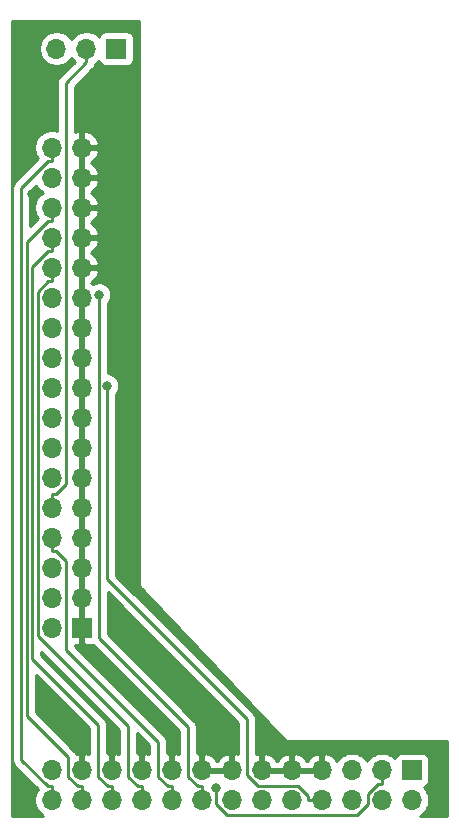
<source format=gbr>
%TF.GenerationSoftware,KiCad,Pcbnew,(5.1.7)-1*%
%TF.CreationDate,2021-07-10T10:13:49+01:00*%
%TF.ProjectId,Apricot-Floppy-Converter,41707269-636f-4742-9d46-6c6f7070792d,rev?*%
%TF.SameCoordinates,Original*%
%TF.FileFunction,Copper,L1,Top*%
%TF.FilePolarity,Positive*%
%FSLAX46Y46*%
G04 Gerber Fmt 4.6, Leading zero omitted, Abs format (unit mm)*
G04 Created by KiCad (PCBNEW (5.1.7)-1) date 2021-07-10 10:13:49*
%MOMM*%
%LPD*%
G01*
G04 APERTURE LIST*
%TA.AperFunction,ComponentPad*%
%ADD10O,1.700000X1.700000*%
%TD*%
%TA.AperFunction,ComponentPad*%
%ADD11R,1.700000X1.700000*%
%TD*%
%TA.AperFunction,ViaPad*%
%ADD12C,0.800000*%
%TD*%
%TA.AperFunction,Conductor*%
%ADD13C,0.250000*%
%TD*%
%TA.AperFunction,Conductor*%
%ADD14C,0.254000*%
%TD*%
%TA.AperFunction,Conductor*%
%ADD15C,0.100000*%
%TD*%
G04 APERTURE END LIST*
D10*
%TO.P,J3,3*%
%TO.N,Net-(J3-Pad3)*%
X137732000Y-79184500D03*
%TO.P,J3,2*%
%TO.N,Drive-Select-0*%
X140272000Y-79184500D03*
D11*
%TO.P,J3,1*%
%TO.N,Motor-Enable*%
X142812000Y-79184500D03*
%TD*%
D10*
%TO.P,J2,34*%
%TO.N,Ready*%
X137350000Y-87566000D03*
%TO.P,J2,33*%
%TO.N,GND*%
X139890000Y-87566000D03*
%TO.P,J2,32*%
%TO.N,Head-Select*%
X137350000Y-90106000D03*
%TO.P,J2,31*%
%TO.N,GND*%
X139890000Y-90106000D03*
%TO.P,J2,30*%
%TO.N,Read-Data*%
X137350000Y-92646000D03*
%TO.P,J2,29*%
%TO.N,GND*%
X139890000Y-92646000D03*
%TO.P,J2,28*%
%TO.N,Write-Protect*%
X137350000Y-95186000D03*
%TO.P,J2,27*%
%TO.N,GND*%
X139890000Y-95186000D03*
%TO.P,J2,26*%
%TO.N,Track-Zero*%
X137350000Y-97726000D03*
%TO.P,J2,25*%
%TO.N,GND*%
X139890000Y-97726000D03*
%TO.P,J2,24*%
%TO.N,Write-Enable*%
X137350000Y-100266000D03*
%TO.P,J2,23*%
%TO.N,GND*%
X139890000Y-100266000D03*
%TO.P,J2,22*%
%TO.N,Write-Data*%
X137350000Y-102806000D03*
%TO.P,J2,21*%
%TO.N,GND*%
X139890000Y-102806000D03*
%TO.P,J2,20*%
%TO.N,Step*%
X137350000Y-105346000D03*
%TO.P,J2,19*%
%TO.N,GND*%
X139890000Y-105346000D03*
%TO.P,J2,18*%
%TO.N,Direction*%
X137350000Y-107886000D03*
%TO.P,J2,17*%
%TO.N,GND*%
X139890000Y-107886000D03*
%TO.P,J2,16*%
%TO.N,Motor-Enable*%
X137350000Y-110426000D03*
%TO.P,J2,15*%
%TO.N,GND*%
X139890000Y-110426000D03*
%TO.P,J2,14*%
%TO.N,Net-(J2-Pad14)*%
X137350000Y-112966000D03*
%TO.P,J2,13*%
%TO.N,GND*%
X139890000Y-112966000D03*
%TO.P,J2,12*%
%TO.N,Drive-Select-1*%
X137350000Y-115506000D03*
%TO.P,J2,11*%
%TO.N,GND*%
X139890000Y-115506000D03*
%TO.P,J2,10*%
%TO.N,Drive-Select-0*%
X137350000Y-118046000D03*
%TO.P,J2,9*%
%TO.N,GND*%
X139890000Y-118046000D03*
%TO.P,J2,8*%
%TO.N,Index*%
X137350000Y-120586000D03*
%TO.P,J2,7*%
%TO.N,GND*%
X139890000Y-120586000D03*
%TO.P,J2,6*%
%TO.N,Net-(J2-Pad6)*%
X137350000Y-123126000D03*
%TO.P,J2,5*%
%TO.N,GND*%
X139890000Y-123126000D03*
%TO.P,J2,4*%
%TO.N,Head-Load*%
X137350000Y-125666000D03*
%TO.P,J2,3*%
%TO.N,GND*%
X139890000Y-125666000D03*
%TO.P,J2,2*%
%TO.N,Density*%
X137350000Y-128206000D03*
D11*
%TO.P,J2,1*%
%TO.N,GND*%
X139890000Y-128206000D03*
%TD*%
D10*
%TO.P,J1,26*%
%TO.N,Ready*%
X137350000Y-142812000D03*
%TO.P,J1,25*%
%TO.N,GND*%
X137350000Y-140272000D03*
%TO.P,J1,24*%
%TO.N,Read-Data*%
X139890000Y-142812000D03*
%TO.P,J1,23*%
%TO.N,GND*%
X139890000Y-140272000D03*
%TO.P,J1,22*%
%TO.N,Write-Protect*%
X142430000Y-142812000D03*
%TO.P,J1,21*%
%TO.N,GND*%
X142430000Y-140272000D03*
%TO.P,J1,20*%
%TO.N,Track-Zero*%
X144970000Y-142812000D03*
%TO.P,J1,19*%
%TO.N,GND*%
X144970000Y-140272000D03*
%TO.P,J1,18*%
%TO.N,Index*%
X147510000Y-142812000D03*
%TO.P,J1,17*%
%TO.N,GND*%
X147510000Y-140272000D03*
%TO.P,J1,16*%
%TO.N,Head-Select*%
X150050000Y-142812000D03*
%TO.P,J1,15*%
%TO.N,GND*%
X150050000Y-140272000D03*
%TO.P,J1,14*%
%TO.N,Head-Load*%
X152590000Y-142812000D03*
%TO.P,J1,13*%
%TO.N,GND*%
X152590000Y-140272000D03*
%TO.P,J1,12*%
%TO.N,Write-Enable*%
X155130000Y-142812000D03*
%TO.P,J1,11*%
%TO.N,GND*%
X155130000Y-140272000D03*
%TO.P,J1,10*%
%TO.N,Write-Data*%
X157670000Y-142812000D03*
%TO.P,J1,9*%
%TO.N,GND*%
X157670000Y-140272000D03*
%TO.P,J1,8*%
%TO.N,Step*%
X160210000Y-142812000D03*
%TO.P,J1,7*%
%TO.N,GND*%
X160210000Y-140272000D03*
%TO.P,J1,6*%
%TO.N,Direction*%
X162750000Y-142812000D03*
%TO.P,J1,5*%
%TO.N,Net-(J1-Pad5)*%
X162750000Y-140272000D03*
%TO.P,J1,4*%
%TO.N,Drive-Select-1*%
X165290000Y-142812000D03*
%TO.P,J1,3*%
%TO.N,Density*%
X165290000Y-140272000D03*
%TO.P,J1,2*%
%TO.N,Drive-Select-0*%
X167830000Y-142812000D03*
D11*
%TO.P,J1,1*%
%TO.N,Motor-Enable*%
X167830000Y-140272000D03*
%TD*%
D12*
%TO.N,GND*%
X142494000Y-137922000D03*
X147383500Y-137160000D03*
X152781000Y-138049000D03*
X139128500Y-137033000D03*
X143383000Y-113030000D03*
X144399000Y-103251000D03*
X135699500Y-91503500D03*
X134874000Y-77914500D03*
X144145000Y-82931000D03*
%TO.N,Head-Select*%
X141348200Y-100012200D03*
%TO.N,Step*%
X142037400Y-107711300D03*
%TO.N,Density*%
X151225400Y-141814200D03*
%TD*%
D13*
%TO.N,Ready*%
X137350000Y-88741300D02*
X136982700Y-88741300D01*
X136982700Y-88741300D02*
X134774300Y-90949700D01*
X134774300Y-90949700D02*
X134774300Y-139428300D01*
X134774300Y-139428300D02*
X136982700Y-141636700D01*
X136982700Y-141636700D02*
X137350000Y-141636700D01*
X137350000Y-87566000D02*
X137350000Y-88741300D01*
X137350000Y-142812000D02*
X137350000Y-141636700D01*
%TO.N,GND*%
X139890000Y-90106000D02*
X139890000Y-87566000D01*
X139890000Y-92646000D02*
X139890000Y-90106000D01*
X139890000Y-95186000D02*
X139890000Y-92646000D01*
X139890000Y-97726000D02*
X139890000Y-95186000D01*
X139890000Y-100266000D02*
X139890000Y-97726000D01*
X139890000Y-102806000D02*
X139890000Y-100266000D01*
X139890000Y-105346000D02*
X139890000Y-102806000D01*
X139890000Y-107886000D02*
X139890000Y-105346000D01*
X139890000Y-110426000D02*
X139890000Y-107886000D01*
X139890000Y-112966000D02*
X139890000Y-110426000D01*
X139890000Y-115506000D02*
X139890000Y-112966000D01*
X139890000Y-120586000D02*
X139890000Y-118046000D01*
X139890000Y-123126000D02*
X139890000Y-120586000D01*
X139890000Y-125666000D02*
X139890000Y-123126000D01*
X139890000Y-128206000D02*
X139890000Y-125666000D01*
X152590000Y-140272000D02*
X150050000Y-140272000D01*
X157670000Y-140272000D02*
X155130000Y-140272000D01*
X160210000Y-140272000D02*
X157670000Y-140272000D01*
%TO.N,Read-Data*%
X137350000Y-92646000D02*
X137350000Y-93821300D01*
X139890000Y-142812000D02*
X139890000Y-141636700D01*
X139890000Y-141636700D02*
X139522600Y-141636700D01*
X139522600Y-141636700D02*
X138714700Y-140828800D01*
X138714700Y-140828800D02*
X138714700Y-139191300D01*
X138714700Y-139191300D02*
X135224700Y-135701300D01*
X135224700Y-135701300D02*
X135224700Y-95579300D01*
X135224700Y-95579300D02*
X136982700Y-93821300D01*
X136982700Y-93821300D02*
X137350000Y-93821300D01*
%TO.N,Write-Protect*%
X137350000Y-95186000D02*
X137350000Y-96361300D01*
X142430000Y-142812000D02*
X142430000Y-141636700D01*
X142430000Y-141636700D02*
X142062600Y-141636700D01*
X142062600Y-141636700D02*
X141254700Y-140828800D01*
X141254700Y-140828800D02*
X141254700Y-136415700D01*
X141254700Y-136415700D02*
X135675100Y-130836100D01*
X135675100Y-130836100D02*
X135675100Y-97668900D01*
X135675100Y-97668900D02*
X136982700Y-96361300D01*
X136982700Y-96361300D02*
X137350000Y-96361300D01*
%TO.N,Track-Zero*%
X144970000Y-141636700D02*
X144602600Y-141636700D01*
X144602600Y-141636700D02*
X143794700Y-140828800D01*
X143794700Y-140828800D02*
X143794700Y-136521100D01*
X143794700Y-136521100D02*
X136169800Y-128896200D01*
X136169800Y-128896200D02*
X136169800Y-99777400D01*
X136169800Y-99777400D02*
X137045900Y-98901300D01*
X137045900Y-98901300D02*
X137350000Y-98901300D01*
X137350000Y-97726000D02*
X137350000Y-98901300D01*
X144970000Y-142812000D02*
X144970000Y-141636700D01*
%TO.N,Index*%
X137350000Y-120586000D02*
X137350000Y-121761300D01*
X147510000Y-142812000D02*
X147510000Y-141636700D01*
X147510000Y-141636700D02*
X147142600Y-141636700D01*
X147142600Y-141636700D02*
X146334700Y-140828800D01*
X146334700Y-140828800D02*
X146334700Y-137872100D01*
X146334700Y-137872100D02*
X138525300Y-130062700D01*
X138525300Y-130062700D02*
X138525300Y-122569200D01*
X138525300Y-122569200D02*
X137717400Y-121761300D01*
X137717400Y-121761300D02*
X137350000Y-121761300D01*
%TO.N,Head-Select*%
X141348200Y-100012200D02*
X141312100Y-100048300D01*
X141312100Y-100048300D02*
X141312100Y-129082600D01*
X141312100Y-129082600D02*
X148874700Y-136645200D01*
X148874700Y-136645200D02*
X148874700Y-140828800D01*
X148874700Y-140828800D02*
X149682600Y-141636700D01*
X149682600Y-141636700D02*
X150050000Y-141636700D01*
X150050000Y-142812000D02*
X150050000Y-141636700D01*
%TO.N,Step*%
X160210000Y-142812000D02*
X159034700Y-142812000D01*
X159034700Y-142812000D02*
X159034700Y-142444600D01*
X159034700Y-142444600D02*
X158226800Y-141636700D01*
X158226800Y-141636700D02*
X154793700Y-141636700D01*
X154793700Y-141636700D02*
X153860000Y-140703000D01*
X153860000Y-140703000D02*
X153860000Y-135937800D01*
X153860000Y-135937800D02*
X142037400Y-124115200D01*
X142037400Y-124115200D02*
X142037400Y-107711300D01*
%TO.N,Density*%
X165290000Y-140272000D02*
X165290000Y-141447300D01*
X165290000Y-141447300D02*
X164922600Y-141447300D01*
X164922600Y-141447300D02*
X164114700Y-142255200D01*
X164114700Y-142255200D02*
X164114700Y-143114200D01*
X164114700Y-143114200D02*
X163193700Y-144035200D01*
X163193700Y-144035200D02*
X152150900Y-144035200D01*
X152150900Y-144035200D02*
X151225400Y-143109700D01*
X151225400Y-143109700D02*
X151225400Y-141814200D01*
%TO.N,Drive-Select-0*%
X140272000Y-79184500D02*
X140272000Y-80359800D01*
X137350000Y-118046000D02*
X137350000Y-116870700D01*
X137350000Y-116870700D02*
X137717400Y-116870700D01*
X137717400Y-116870700D02*
X138525300Y-116062800D01*
X138525300Y-116062800D02*
X138525300Y-82106500D01*
X138525300Y-82106500D02*
X140272000Y-80359800D01*
%TD*%
D14*
%TO.N,GND*%
X144755000Y-124419103D02*
X144752026Y-124443001D01*
X144755000Y-124483929D01*
X144755000Y-124492418D01*
X144757352Y-124516301D01*
X144761448Y-124572667D01*
X144763713Y-124580888D01*
X144764550Y-124589382D01*
X144780969Y-124643506D01*
X144795986Y-124698003D01*
X144799813Y-124705627D01*
X144802290Y-124713792D01*
X144828944Y-124763658D01*
X144854312Y-124814194D01*
X144859554Y-124820926D01*
X144863575Y-124828449D01*
X144899449Y-124872162D01*
X144914172Y-124891070D01*
X144920008Y-124897213D01*
X144946052Y-124928948D01*
X144964677Y-124944233D01*
X156985016Y-137597224D01*
X157011052Y-137628948D01*
X157054749Y-137664809D01*
X157097536Y-137701799D01*
X157104955Y-137706012D01*
X157111550Y-137711425D01*
X157161426Y-137738084D01*
X157210585Y-137766003D01*
X157218681Y-137768688D01*
X157226207Y-137772710D01*
X157280330Y-137789128D01*
X157333986Y-137806919D01*
X157342449Y-137807972D01*
X157350617Y-137810450D01*
X157406924Y-137815996D01*
X157463000Y-137822974D01*
X157503929Y-137820000D01*
X170790001Y-137820000D01*
X170790000Y-144120000D01*
X168545369Y-144120000D01*
X168776632Y-143965475D01*
X168983475Y-143758632D01*
X169145990Y-143515411D01*
X169257932Y-143245158D01*
X169315000Y-142958260D01*
X169315000Y-142665740D01*
X169257932Y-142378842D01*
X169145990Y-142108589D01*
X168983475Y-141865368D01*
X168851620Y-141733513D01*
X168924180Y-141711502D01*
X169034494Y-141652537D01*
X169131185Y-141573185D01*
X169210537Y-141476494D01*
X169269502Y-141366180D01*
X169305812Y-141246482D01*
X169318072Y-141122000D01*
X169318072Y-139422000D01*
X169305812Y-139297518D01*
X169269502Y-139177820D01*
X169210537Y-139067506D01*
X169131185Y-138970815D01*
X169034494Y-138891463D01*
X168924180Y-138832498D01*
X168804482Y-138796188D01*
X168680000Y-138783928D01*
X166980000Y-138783928D01*
X166855518Y-138796188D01*
X166735820Y-138832498D01*
X166625506Y-138891463D01*
X166528815Y-138970815D01*
X166449463Y-139067506D01*
X166390498Y-139177820D01*
X166368487Y-139250380D01*
X166236632Y-139118525D01*
X165993411Y-138956010D01*
X165723158Y-138844068D01*
X165436260Y-138787000D01*
X165143740Y-138787000D01*
X164856842Y-138844068D01*
X164586589Y-138956010D01*
X164343368Y-139118525D01*
X164136525Y-139325368D01*
X164020000Y-139499760D01*
X163903475Y-139325368D01*
X163696632Y-139118525D01*
X163453411Y-138956010D01*
X163183158Y-138844068D01*
X162896260Y-138787000D01*
X162603740Y-138787000D01*
X162316842Y-138844068D01*
X162046589Y-138956010D01*
X161803368Y-139118525D01*
X161596525Y-139325368D01*
X161474805Y-139507534D01*
X161405178Y-139390645D01*
X161210269Y-139174412D01*
X160976920Y-139000359D01*
X160714099Y-138875175D01*
X160566890Y-138830524D01*
X160337000Y-138951845D01*
X160337000Y-140145000D01*
X160357000Y-140145000D01*
X160357000Y-140399000D01*
X160337000Y-140399000D01*
X160337000Y-140419000D01*
X160083000Y-140419000D01*
X160083000Y-140399000D01*
X157797000Y-140399000D01*
X157797000Y-140419000D01*
X157543000Y-140419000D01*
X157543000Y-140399000D01*
X155257000Y-140399000D01*
X155257000Y-140419000D01*
X155003000Y-140419000D01*
X155003000Y-140399000D01*
X154983000Y-140399000D01*
X154983000Y-140145000D01*
X155003000Y-140145000D01*
X155003000Y-138951845D01*
X155257000Y-138951845D01*
X155257000Y-140145000D01*
X157543000Y-140145000D01*
X157543000Y-138951845D01*
X157797000Y-138951845D01*
X157797000Y-140145000D01*
X160083000Y-140145000D01*
X160083000Y-138951845D01*
X159853110Y-138830524D01*
X159705901Y-138875175D01*
X159443080Y-139000359D01*
X159209731Y-139174412D01*
X159014822Y-139390645D01*
X158940000Y-139516255D01*
X158865178Y-139390645D01*
X158670269Y-139174412D01*
X158436920Y-139000359D01*
X158174099Y-138875175D01*
X158026890Y-138830524D01*
X157797000Y-138951845D01*
X157543000Y-138951845D01*
X157313110Y-138830524D01*
X157165901Y-138875175D01*
X156903080Y-139000359D01*
X156669731Y-139174412D01*
X156474822Y-139390645D01*
X156400000Y-139516255D01*
X156325178Y-139390645D01*
X156130269Y-139174412D01*
X155896920Y-139000359D01*
X155634099Y-138875175D01*
X155486890Y-138830524D01*
X155257000Y-138951845D01*
X155003000Y-138951845D01*
X154773110Y-138830524D01*
X154625901Y-138875175D01*
X154620000Y-138877986D01*
X154620000Y-135975122D01*
X154623676Y-135937799D01*
X154620000Y-135900476D01*
X154620000Y-135900467D01*
X154609003Y-135788814D01*
X154565546Y-135645553D01*
X154494974Y-135513524D01*
X154400001Y-135397799D01*
X154371003Y-135374001D01*
X142797400Y-123800399D01*
X142797400Y-108415011D01*
X142841337Y-108371074D01*
X142954605Y-108201556D01*
X143032626Y-108013198D01*
X143072400Y-107813239D01*
X143072400Y-107609361D01*
X143032626Y-107409402D01*
X142954605Y-107221044D01*
X142841337Y-107051526D01*
X142697174Y-106907363D01*
X142527656Y-106794095D01*
X142339298Y-106716074D01*
X142139339Y-106676300D01*
X142072100Y-106676300D01*
X142072100Y-100752011D01*
X142152137Y-100671974D01*
X142265405Y-100502456D01*
X142343426Y-100314098D01*
X142383200Y-100114139D01*
X142383200Y-99910261D01*
X142343426Y-99710302D01*
X142265405Y-99521944D01*
X142152137Y-99352426D01*
X142007974Y-99208263D01*
X141838456Y-99094995D01*
X141650098Y-99016974D01*
X141450139Y-98977200D01*
X141246261Y-98977200D01*
X141046302Y-99016974D01*
X140857944Y-99094995D01*
X140823618Y-99117931D01*
X140771355Y-99070822D01*
X140645745Y-98996000D01*
X140771355Y-98921178D01*
X140987588Y-98726269D01*
X141161641Y-98492920D01*
X141286825Y-98230099D01*
X141331476Y-98082890D01*
X141210155Y-97853000D01*
X140017000Y-97853000D01*
X140017000Y-100139000D01*
X140037000Y-100139000D01*
X140037000Y-100393000D01*
X140017000Y-100393000D01*
X140017000Y-102679000D01*
X140037000Y-102679000D01*
X140037000Y-102933000D01*
X140017000Y-102933000D01*
X140017000Y-105219000D01*
X140037000Y-105219000D01*
X140037000Y-105473000D01*
X140017000Y-105473000D01*
X140017000Y-107759000D01*
X140037000Y-107759000D01*
X140037000Y-108013000D01*
X140017000Y-108013000D01*
X140017000Y-110299000D01*
X140037000Y-110299000D01*
X140037000Y-110553000D01*
X140017000Y-110553000D01*
X140017000Y-112839000D01*
X140037000Y-112839000D01*
X140037000Y-113093000D01*
X140017000Y-113093000D01*
X140017000Y-115379000D01*
X140037000Y-115379000D01*
X140037000Y-115633000D01*
X140017000Y-115633000D01*
X140017000Y-117919000D01*
X140037000Y-117919000D01*
X140037000Y-118173000D01*
X140017000Y-118173000D01*
X140017000Y-120459000D01*
X140037000Y-120459000D01*
X140037000Y-120713000D01*
X140017000Y-120713000D01*
X140017000Y-122999000D01*
X140037000Y-122999000D01*
X140037000Y-123253000D01*
X140017000Y-123253000D01*
X140017000Y-125539000D01*
X140037000Y-125539000D01*
X140037000Y-125793000D01*
X140017000Y-125793000D01*
X140017000Y-128079000D01*
X140037000Y-128079000D01*
X140037000Y-128333000D01*
X140017000Y-128333000D01*
X140017000Y-129532250D01*
X140175750Y-129691000D01*
X140740000Y-129694072D01*
X140839019Y-129684320D01*
X148114700Y-136960003D01*
X148114701Y-138923092D01*
X148014099Y-138875175D01*
X147866890Y-138830524D01*
X147637000Y-138951845D01*
X147637000Y-140145000D01*
X147657000Y-140145000D01*
X147657000Y-140399000D01*
X147637000Y-140399000D01*
X147637000Y-140419000D01*
X147383000Y-140419000D01*
X147383000Y-140399000D01*
X147363000Y-140399000D01*
X147363000Y-140145000D01*
X147383000Y-140145000D01*
X147383000Y-138951845D01*
X147153110Y-138830524D01*
X147094700Y-138848241D01*
X147094700Y-137909422D01*
X147098376Y-137872099D01*
X147094700Y-137834776D01*
X147094700Y-137834767D01*
X147083703Y-137723114D01*
X147040246Y-137579853D01*
X146969674Y-137447824D01*
X146954565Y-137429414D01*
X146898499Y-137361096D01*
X146898495Y-137361092D01*
X146874701Y-137332099D01*
X146845708Y-137308305D01*
X139285300Y-129747899D01*
X139285300Y-129692736D01*
X139604250Y-129691000D01*
X139763000Y-129532250D01*
X139763000Y-128333000D01*
X139743000Y-128333000D01*
X139743000Y-128079000D01*
X139763000Y-128079000D01*
X139763000Y-125793000D01*
X139743000Y-125793000D01*
X139743000Y-125539000D01*
X139763000Y-125539000D01*
X139763000Y-123253000D01*
X139743000Y-123253000D01*
X139743000Y-122999000D01*
X139763000Y-122999000D01*
X139763000Y-120713000D01*
X139743000Y-120713000D01*
X139743000Y-120459000D01*
X139763000Y-120459000D01*
X139763000Y-118173000D01*
X139743000Y-118173000D01*
X139743000Y-117919000D01*
X139763000Y-117919000D01*
X139763000Y-115633000D01*
X139743000Y-115633000D01*
X139743000Y-115379000D01*
X139763000Y-115379000D01*
X139763000Y-113093000D01*
X139743000Y-113093000D01*
X139743000Y-112839000D01*
X139763000Y-112839000D01*
X139763000Y-110553000D01*
X139743000Y-110553000D01*
X139743000Y-110299000D01*
X139763000Y-110299000D01*
X139763000Y-108013000D01*
X139743000Y-108013000D01*
X139743000Y-107759000D01*
X139763000Y-107759000D01*
X139763000Y-105473000D01*
X139743000Y-105473000D01*
X139743000Y-105219000D01*
X139763000Y-105219000D01*
X139763000Y-102933000D01*
X139743000Y-102933000D01*
X139743000Y-102679000D01*
X139763000Y-102679000D01*
X139763000Y-100393000D01*
X139743000Y-100393000D01*
X139743000Y-100139000D01*
X139763000Y-100139000D01*
X139763000Y-97853000D01*
X139743000Y-97853000D01*
X139743000Y-97599000D01*
X139763000Y-97599000D01*
X139763000Y-95313000D01*
X140017000Y-95313000D01*
X140017000Y-97599000D01*
X141210155Y-97599000D01*
X141331476Y-97369110D01*
X141286825Y-97221901D01*
X141161641Y-96959080D01*
X140987588Y-96725731D01*
X140771355Y-96530822D01*
X140645745Y-96456000D01*
X140771355Y-96381178D01*
X140987588Y-96186269D01*
X141161641Y-95952920D01*
X141286825Y-95690099D01*
X141331476Y-95542890D01*
X141210155Y-95313000D01*
X140017000Y-95313000D01*
X139763000Y-95313000D01*
X139743000Y-95313000D01*
X139743000Y-95059000D01*
X139763000Y-95059000D01*
X139763000Y-92773000D01*
X140017000Y-92773000D01*
X140017000Y-95059000D01*
X141210155Y-95059000D01*
X141331476Y-94829110D01*
X141286825Y-94681901D01*
X141161641Y-94419080D01*
X140987588Y-94185731D01*
X140771355Y-93990822D01*
X140645745Y-93916000D01*
X140771355Y-93841178D01*
X140987588Y-93646269D01*
X141161641Y-93412920D01*
X141286825Y-93150099D01*
X141331476Y-93002890D01*
X141210155Y-92773000D01*
X140017000Y-92773000D01*
X139763000Y-92773000D01*
X139743000Y-92773000D01*
X139743000Y-92519000D01*
X139763000Y-92519000D01*
X139763000Y-90233000D01*
X140017000Y-90233000D01*
X140017000Y-92519000D01*
X141210155Y-92519000D01*
X141331476Y-92289110D01*
X141286825Y-92141901D01*
X141161641Y-91879080D01*
X140987588Y-91645731D01*
X140771355Y-91450822D01*
X140645745Y-91376000D01*
X140771355Y-91301178D01*
X140987588Y-91106269D01*
X141161641Y-90872920D01*
X141286825Y-90610099D01*
X141331476Y-90462890D01*
X141210155Y-90233000D01*
X140017000Y-90233000D01*
X139763000Y-90233000D01*
X139743000Y-90233000D01*
X139743000Y-89979000D01*
X139763000Y-89979000D01*
X139763000Y-87693000D01*
X140017000Y-87693000D01*
X140017000Y-89979000D01*
X141210155Y-89979000D01*
X141331476Y-89749110D01*
X141286825Y-89601901D01*
X141161641Y-89339080D01*
X140987588Y-89105731D01*
X140771355Y-88910822D01*
X140645745Y-88836000D01*
X140771355Y-88761178D01*
X140987588Y-88566269D01*
X141161641Y-88332920D01*
X141286825Y-88070099D01*
X141331476Y-87922890D01*
X141210155Y-87693000D01*
X140017000Y-87693000D01*
X139763000Y-87693000D01*
X139743000Y-87693000D01*
X139743000Y-87439000D01*
X139763000Y-87439000D01*
X139763000Y-86245186D01*
X140017000Y-86245186D01*
X140017000Y-87439000D01*
X141210155Y-87439000D01*
X141331476Y-87209110D01*
X141286825Y-87061901D01*
X141161641Y-86799080D01*
X140987588Y-86565731D01*
X140771355Y-86370822D01*
X140521252Y-86221843D01*
X140246891Y-86124519D01*
X140017000Y-86245186D01*
X139763000Y-86245186D01*
X139533109Y-86124519D01*
X139285300Y-86212424D01*
X139285300Y-82421301D01*
X140783003Y-80923599D01*
X140812001Y-80899801D01*
X140906974Y-80784076D01*
X140977546Y-80652047D01*
X141021003Y-80508786D01*
X141025089Y-80467296D01*
X141218632Y-80337975D01*
X141350487Y-80206120D01*
X141372498Y-80278680D01*
X141431463Y-80388994D01*
X141510815Y-80485685D01*
X141607506Y-80565037D01*
X141717820Y-80624002D01*
X141837518Y-80660312D01*
X141962000Y-80672572D01*
X143662000Y-80672572D01*
X143786482Y-80660312D01*
X143906180Y-80624002D01*
X144016494Y-80565037D01*
X144113185Y-80485685D01*
X144192537Y-80388994D01*
X144251502Y-80278680D01*
X144287812Y-80158982D01*
X144300072Y-80034500D01*
X144300072Y-78334500D01*
X144287812Y-78210018D01*
X144251502Y-78090320D01*
X144192537Y-77980006D01*
X144113185Y-77883315D01*
X144016494Y-77803963D01*
X143906180Y-77744998D01*
X143786482Y-77708688D01*
X143662000Y-77696428D01*
X141962000Y-77696428D01*
X141837518Y-77708688D01*
X141717820Y-77744998D01*
X141607506Y-77803963D01*
X141510815Y-77883315D01*
X141431463Y-77980006D01*
X141372498Y-78090320D01*
X141350487Y-78162880D01*
X141218632Y-78031025D01*
X140975411Y-77868510D01*
X140705158Y-77756568D01*
X140418260Y-77699500D01*
X140125740Y-77699500D01*
X139838842Y-77756568D01*
X139568589Y-77868510D01*
X139325368Y-78031025D01*
X139118525Y-78237868D01*
X139002000Y-78412260D01*
X138885475Y-78237868D01*
X138678632Y-78031025D01*
X138435411Y-77868510D01*
X138165158Y-77756568D01*
X137878260Y-77699500D01*
X137585740Y-77699500D01*
X137298842Y-77756568D01*
X137028589Y-77868510D01*
X136785368Y-78031025D01*
X136578525Y-78237868D01*
X136416010Y-78481089D01*
X136304068Y-78751342D01*
X136247000Y-79038240D01*
X136247000Y-79330760D01*
X136304068Y-79617658D01*
X136416010Y-79887911D01*
X136578525Y-80131132D01*
X136785368Y-80337975D01*
X137028589Y-80500490D01*
X137298842Y-80612432D01*
X137585740Y-80669500D01*
X137878260Y-80669500D01*
X138165158Y-80612432D01*
X138435411Y-80500490D01*
X138678632Y-80337975D01*
X138885475Y-80131132D01*
X139002000Y-79956740D01*
X139118525Y-80131132D01*
X139272196Y-80284803D01*
X138014298Y-81542701D01*
X137985300Y-81566499D01*
X137961502Y-81595497D01*
X137961501Y-81595498D01*
X137890326Y-81682224D01*
X137819754Y-81814254D01*
X137776298Y-81957515D01*
X137761624Y-82106500D01*
X137765301Y-82143833D01*
X137765301Y-86134516D01*
X137496260Y-86081000D01*
X137203740Y-86081000D01*
X136916842Y-86138068D01*
X136646589Y-86250010D01*
X136403368Y-86412525D01*
X136196525Y-86619368D01*
X136034010Y-86862589D01*
X135922068Y-87132842D01*
X135865000Y-87419740D01*
X135865000Y-87712260D01*
X135922068Y-87999158D01*
X136034010Y-88269411D01*
X136172509Y-88476689D01*
X134263303Y-90385896D01*
X134234299Y-90409699D01*
X134190647Y-90462890D01*
X134139326Y-90525424D01*
X134131985Y-90539158D01*
X134068754Y-90657454D01*
X134025297Y-90800715D01*
X134014300Y-90912368D01*
X134014300Y-90912378D01*
X134010624Y-90949700D01*
X134014300Y-90987022D01*
X134014301Y-139390967D01*
X134010624Y-139428300D01*
X134014301Y-139465633D01*
X134024442Y-139568589D01*
X134025298Y-139577285D01*
X134068754Y-139720546D01*
X134139326Y-139852576D01*
X134190646Y-139915109D01*
X134234300Y-139968301D01*
X134263298Y-139992099D01*
X136172509Y-141901311D01*
X136034010Y-142108589D01*
X135922068Y-142378842D01*
X135865000Y-142665740D01*
X135865000Y-142958260D01*
X135922068Y-143245158D01*
X136034010Y-143515411D01*
X136196525Y-143758632D01*
X136403368Y-143965475D01*
X136634631Y-144120000D01*
X134010000Y-144120000D01*
X134010000Y-76860000D01*
X144755001Y-76860000D01*
X144755000Y-124419103D01*
%TA.AperFunction,Conductor*%
D15*
G36*
X144755000Y-124419103D02*
G01*
X144752026Y-124443001D01*
X144755000Y-124483929D01*
X144755000Y-124492418D01*
X144757352Y-124516301D01*
X144761448Y-124572667D01*
X144763713Y-124580888D01*
X144764550Y-124589382D01*
X144780969Y-124643506D01*
X144795986Y-124698003D01*
X144799813Y-124705627D01*
X144802290Y-124713792D01*
X144828944Y-124763658D01*
X144854312Y-124814194D01*
X144859554Y-124820926D01*
X144863575Y-124828449D01*
X144899449Y-124872162D01*
X144914172Y-124891070D01*
X144920008Y-124897213D01*
X144946052Y-124928948D01*
X144964677Y-124944233D01*
X156985016Y-137597224D01*
X157011052Y-137628948D01*
X157054749Y-137664809D01*
X157097536Y-137701799D01*
X157104955Y-137706012D01*
X157111550Y-137711425D01*
X157161426Y-137738084D01*
X157210585Y-137766003D01*
X157218681Y-137768688D01*
X157226207Y-137772710D01*
X157280330Y-137789128D01*
X157333986Y-137806919D01*
X157342449Y-137807972D01*
X157350617Y-137810450D01*
X157406924Y-137815996D01*
X157463000Y-137822974D01*
X157503929Y-137820000D01*
X170790001Y-137820000D01*
X170790000Y-144120000D01*
X168545369Y-144120000D01*
X168776632Y-143965475D01*
X168983475Y-143758632D01*
X169145990Y-143515411D01*
X169257932Y-143245158D01*
X169315000Y-142958260D01*
X169315000Y-142665740D01*
X169257932Y-142378842D01*
X169145990Y-142108589D01*
X168983475Y-141865368D01*
X168851620Y-141733513D01*
X168924180Y-141711502D01*
X169034494Y-141652537D01*
X169131185Y-141573185D01*
X169210537Y-141476494D01*
X169269502Y-141366180D01*
X169305812Y-141246482D01*
X169318072Y-141122000D01*
X169318072Y-139422000D01*
X169305812Y-139297518D01*
X169269502Y-139177820D01*
X169210537Y-139067506D01*
X169131185Y-138970815D01*
X169034494Y-138891463D01*
X168924180Y-138832498D01*
X168804482Y-138796188D01*
X168680000Y-138783928D01*
X166980000Y-138783928D01*
X166855518Y-138796188D01*
X166735820Y-138832498D01*
X166625506Y-138891463D01*
X166528815Y-138970815D01*
X166449463Y-139067506D01*
X166390498Y-139177820D01*
X166368487Y-139250380D01*
X166236632Y-139118525D01*
X165993411Y-138956010D01*
X165723158Y-138844068D01*
X165436260Y-138787000D01*
X165143740Y-138787000D01*
X164856842Y-138844068D01*
X164586589Y-138956010D01*
X164343368Y-139118525D01*
X164136525Y-139325368D01*
X164020000Y-139499760D01*
X163903475Y-139325368D01*
X163696632Y-139118525D01*
X163453411Y-138956010D01*
X163183158Y-138844068D01*
X162896260Y-138787000D01*
X162603740Y-138787000D01*
X162316842Y-138844068D01*
X162046589Y-138956010D01*
X161803368Y-139118525D01*
X161596525Y-139325368D01*
X161474805Y-139507534D01*
X161405178Y-139390645D01*
X161210269Y-139174412D01*
X160976920Y-139000359D01*
X160714099Y-138875175D01*
X160566890Y-138830524D01*
X160337000Y-138951845D01*
X160337000Y-140145000D01*
X160357000Y-140145000D01*
X160357000Y-140399000D01*
X160337000Y-140399000D01*
X160337000Y-140419000D01*
X160083000Y-140419000D01*
X160083000Y-140399000D01*
X157797000Y-140399000D01*
X157797000Y-140419000D01*
X157543000Y-140419000D01*
X157543000Y-140399000D01*
X155257000Y-140399000D01*
X155257000Y-140419000D01*
X155003000Y-140419000D01*
X155003000Y-140399000D01*
X154983000Y-140399000D01*
X154983000Y-140145000D01*
X155003000Y-140145000D01*
X155003000Y-138951845D01*
X155257000Y-138951845D01*
X155257000Y-140145000D01*
X157543000Y-140145000D01*
X157543000Y-138951845D01*
X157797000Y-138951845D01*
X157797000Y-140145000D01*
X160083000Y-140145000D01*
X160083000Y-138951845D01*
X159853110Y-138830524D01*
X159705901Y-138875175D01*
X159443080Y-139000359D01*
X159209731Y-139174412D01*
X159014822Y-139390645D01*
X158940000Y-139516255D01*
X158865178Y-139390645D01*
X158670269Y-139174412D01*
X158436920Y-139000359D01*
X158174099Y-138875175D01*
X158026890Y-138830524D01*
X157797000Y-138951845D01*
X157543000Y-138951845D01*
X157313110Y-138830524D01*
X157165901Y-138875175D01*
X156903080Y-139000359D01*
X156669731Y-139174412D01*
X156474822Y-139390645D01*
X156400000Y-139516255D01*
X156325178Y-139390645D01*
X156130269Y-139174412D01*
X155896920Y-139000359D01*
X155634099Y-138875175D01*
X155486890Y-138830524D01*
X155257000Y-138951845D01*
X155003000Y-138951845D01*
X154773110Y-138830524D01*
X154625901Y-138875175D01*
X154620000Y-138877986D01*
X154620000Y-135975122D01*
X154623676Y-135937799D01*
X154620000Y-135900476D01*
X154620000Y-135900467D01*
X154609003Y-135788814D01*
X154565546Y-135645553D01*
X154494974Y-135513524D01*
X154400001Y-135397799D01*
X154371003Y-135374001D01*
X142797400Y-123800399D01*
X142797400Y-108415011D01*
X142841337Y-108371074D01*
X142954605Y-108201556D01*
X143032626Y-108013198D01*
X143072400Y-107813239D01*
X143072400Y-107609361D01*
X143032626Y-107409402D01*
X142954605Y-107221044D01*
X142841337Y-107051526D01*
X142697174Y-106907363D01*
X142527656Y-106794095D01*
X142339298Y-106716074D01*
X142139339Y-106676300D01*
X142072100Y-106676300D01*
X142072100Y-100752011D01*
X142152137Y-100671974D01*
X142265405Y-100502456D01*
X142343426Y-100314098D01*
X142383200Y-100114139D01*
X142383200Y-99910261D01*
X142343426Y-99710302D01*
X142265405Y-99521944D01*
X142152137Y-99352426D01*
X142007974Y-99208263D01*
X141838456Y-99094995D01*
X141650098Y-99016974D01*
X141450139Y-98977200D01*
X141246261Y-98977200D01*
X141046302Y-99016974D01*
X140857944Y-99094995D01*
X140823618Y-99117931D01*
X140771355Y-99070822D01*
X140645745Y-98996000D01*
X140771355Y-98921178D01*
X140987588Y-98726269D01*
X141161641Y-98492920D01*
X141286825Y-98230099D01*
X141331476Y-98082890D01*
X141210155Y-97853000D01*
X140017000Y-97853000D01*
X140017000Y-100139000D01*
X140037000Y-100139000D01*
X140037000Y-100393000D01*
X140017000Y-100393000D01*
X140017000Y-102679000D01*
X140037000Y-102679000D01*
X140037000Y-102933000D01*
X140017000Y-102933000D01*
X140017000Y-105219000D01*
X140037000Y-105219000D01*
X140037000Y-105473000D01*
X140017000Y-105473000D01*
X140017000Y-107759000D01*
X140037000Y-107759000D01*
X140037000Y-108013000D01*
X140017000Y-108013000D01*
X140017000Y-110299000D01*
X140037000Y-110299000D01*
X140037000Y-110553000D01*
X140017000Y-110553000D01*
X140017000Y-112839000D01*
X140037000Y-112839000D01*
X140037000Y-113093000D01*
X140017000Y-113093000D01*
X140017000Y-115379000D01*
X140037000Y-115379000D01*
X140037000Y-115633000D01*
X140017000Y-115633000D01*
X140017000Y-117919000D01*
X140037000Y-117919000D01*
X140037000Y-118173000D01*
X140017000Y-118173000D01*
X140017000Y-120459000D01*
X140037000Y-120459000D01*
X140037000Y-120713000D01*
X140017000Y-120713000D01*
X140017000Y-122999000D01*
X140037000Y-122999000D01*
X140037000Y-123253000D01*
X140017000Y-123253000D01*
X140017000Y-125539000D01*
X140037000Y-125539000D01*
X140037000Y-125793000D01*
X140017000Y-125793000D01*
X140017000Y-128079000D01*
X140037000Y-128079000D01*
X140037000Y-128333000D01*
X140017000Y-128333000D01*
X140017000Y-129532250D01*
X140175750Y-129691000D01*
X140740000Y-129694072D01*
X140839019Y-129684320D01*
X148114700Y-136960003D01*
X148114701Y-138923092D01*
X148014099Y-138875175D01*
X147866890Y-138830524D01*
X147637000Y-138951845D01*
X147637000Y-140145000D01*
X147657000Y-140145000D01*
X147657000Y-140399000D01*
X147637000Y-140399000D01*
X147637000Y-140419000D01*
X147383000Y-140419000D01*
X147383000Y-140399000D01*
X147363000Y-140399000D01*
X147363000Y-140145000D01*
X147383000Y-140145000D01*
X147383000Y-138951845D01*
X147153110Y-138830524D01*
X147094700Y-138848241D01*
X147094700Y-137909422D01*
X147098376Y-137872099D01*
X147094700Y-137834776D01*
X147094700Y-137834767D01*
X147083703Y-137723114D01*
X147040246Y-137579853D01*
X146969674Y-137447824D01*
X146954565Y-137429414D01*
X146898499Y-137361096D01*
X146898495Y-137361092D01*
X146874701Y-137332099D01*
X146845708Y-137308305D01*
X139285300Y-129747899D01*
X139285300Y-129692736D01*
X139604250Y-129691000D01*
X139763000Y-129532250D01*
X139763000Y-128333000D01*
X139743000Y-128333000D01*
X139743000Y-128079000D01*
X139763000Y-128079000D01*
X139763000Y-125793000D01*
X139743000Y-125793000D01*
X139743000Y-125539000D01*
X139763000Y-125539000D01*
X139763000Y-123253000D01*
X139743000Y-123253000D01*
X139743000Y-122999000D01*
X139763000Y-122999000D01*
X139763000Y-120713000D01*
X139743000Y-120713000D01*
X139743000Y-120459000D01*
X139763000Y-120459000D01*
X139763000Y-118173000D01*
X139743000Y-118173000D01*
X139743000Y-117919000D01*
X139763000Y-117919000D01*
X139763000Y-115633000D01*
X139743000Y-115633000D01*
X139743000Y-115379000D01*
X139763000Y-115379000D01*
X139763000Y-113093000D01*
X139743000Y-113093000D01*
X139743000Y-112839000D01*
X139763000Y-112839000D01*
X139763000Y-110553000D01*
X139743000Y-110553000D01*
X139743000Y-110299000D01*
X139763000Y-110299000D01*
X139763000Y-108013000D01*
X139743000Y-108013000D01*
X139743000Y-107759000D01*
X139763000Y-107759000D01*
X139763000Y-105473000D01*
X139743000Y-105473000D01*
X139743000Y-105219000D01*
X139763000Y-105219000D01*
X139763000Y-102933000D01*
X139743000Y-102933000D01*
X139743000Y-102679000D01*
X139763000Y-102679000D01*
X139763000Y-100393000D01*
X139743000Y-100393000D01*
X139743000Y-100139000D01*
X139763000Y-100139000D01*
X139763000Y-97853000D01*
X139743000Y-97853000D01*
X139743000Y-97599000D01*
X139763000Y-97599000D01*
X139763000Y-95313000D01*
X140017000Y-95313000D01*
X140017000Y-97599000D01*
X141210155Y-97599000D01*
X141331476Y-97369110D01*
X141286825Y-97221901D01*
X141161641Y-96959080D01*
X140987588Y-96725731D01*
X140771355Y-96530822D01*
X140645745Y-96456000D01*
X140771355Y-96381178D01*
X140987588Y-96186269D01*
X141161641Y-95952920D01*
X141286825Y-95690099D01*
X141331476Y-95542890D01*
X141210155Y-95313000D01*
X140017000Y-95313000D01*
X139763000Y-95313000D01*
X139743000Y-95313000D01*
X139743000Y-95059000D01*
X139763000Y-95059000D01*
X139763000Y-92773000D01*
X140017000Y-92773000D01*
X140017000Y-95059000D01*
X141210155Y-95059000D01*
X141331476Y-94829110D01*
X141286825Y-94681901D01*
X141161641Y-94419080D01*
X140987588Y-94185731D01*
X140771355Y-93990822D01*
X140645745Y-93916000D01*
X140771355Y-93841178D01*
X140987588Y-93646269D01*
X141161641Y-93412920D01*
X141286825Y-93150099D01*
X141331476Y-93002890D01*
X141210155Y-92773000D01*
X140017000Y-92773000D01*
X139763000Y-92773000D01*
X139743000Y-92773000D01*
X139743000Y-92519000D01*
X139763000Y-92519000D01*
X139763000Y-90233000D01*
X140017000Y-90233000D01*
X140017000Y-92519000D01*
X141210155Y-92519000D01*
X141331476Y-92289110D01*
X141286825Y-92141901D01*
X141161641Y-91879080D01*
X140987588Y-91645731D01*
X140771355Y-91450822D01*
X140645745Y-91376000D01*
X140771355Y-91301178D01*
X140987588Y-91106269D01*
X141161641Y-90872920D01*
X141286825Y-90610099D01*
X141331476Y-90462890D01*
X141210155Y-90233000D01*
X140017000Y-90233000D01*
X139763000Y-90233000D01*
X139743000Y-90233000D01*
X139743000Y-89979000D01*
X139763000Y-89979000D01*
X139763000Y-87693000D01*
X140017000Y-87693000D01*
X140017000Y-89979000D01*
X141210155Y-89979000D01*
X141331476Y-89749110D01*
X141286825Y-89601901D01*
X141161641Y-89339080D01*
X140987588Y-89105731D01*
X140771355Y-88910822D01*
X140645745Y-88836000D01*
X140771355Y-88761178D01*
X140987588Y-88566269D01*
X141161641Y-88332920D01*
X141286825Y-88070099D01*
X141331476Y-87922890D01*
X141210155Y-87693000D01*
X140017000Y-87693000D01*
X139763000Y-87693000D01*
X139743000Y-87693000D01*
X139743000Y-87439000D01*
X139763000Y-87439000D01*
X139763000Y-86245186D01*
X140017000Y-86245186D01*
X140017000Y-87439000D01*
X141210155Y-87439000D01*
X141331476Y-87209110D01*
X141286825Y-87061901D01*
X141161641Y-86799080D01*
X140987588Y-86565731D01*
X140771355Y-86370822D01*
X140521252Y-86221843D01*
X140246891Y-86124519D01*
X140017000Y-86245186D01*
X139763000Y-86245186D01*
X139533109Y-86124519D01*
X139285300Y-86212424D01*
X139285300Y-82421301D01*
X140783003Y-80923599D01*
X140812001Y-80899801D01*
X140906974Y-80784076D01*
X140977546Y-80652047D01*
X141021003Y-80508786D01*
X141025089Y-80467296D01*
X141218632Y-80337975D01*
X141350487Y-80206120D01*
X141372498Y-80278680D01*
X141431463Y-80388994D01*
X141510815Y-80485685D01*
X141607506Y-80565037D01*
X141717820Y-80624002D01*
X141837518Y-80660312D01*
X141962000Y-80672572D01*
X143662000Y-80672572D01*
X143786482Y-80660312D01*
X143906180Y-80624002D01*
X144016494Y-80565037D01*
X144113185Y-80485685D01*
X144192537Y-80388994D01*
X144251502Y-80278680D01*
X144287812Y-80158982D01*
X144300072Y-80034500D01*
X144300072Y-78334500D01*
X144287812Y-78210018D01*
X144251502Y-78090320D01*
X144192537Y-77980006D01*
X144113185Y-77883315D01*
X144016494Y-77803963D01*
X143906180Y-77744998D01*
X143786482Y-77708688D01*
X143662000Y-77696428D01*
X141962000Y-77696428D01*
X141837518Y-77708688D01*
X141717820Y-77744998D01*
X141607506Y-77803963D01*
X141510815Y-77883315D01*
X141431463Y-77980006D01*
X141372498Y-78090320D01*
X141350487Y-78162880D01*
X141218632Y-78031025D01*
X140975411Y-77868510D01*
X140705158Y-77756568D01*
X140418260Y-77699500D01*
X140125740Y-77699500D01*
X139838842Y-77756568D01*
X139568589Y-77868510D01*
X139325368Y-78031025D01*
X139118525Y-78237868D01*
X139002000Y-78412260D01*
X138885475Y-78237868D01*
X138678632Y-78031025D01*
X138435411Y-77868510D01*
X138165158Y-77756568D01*
X137878260Y-77699500D01*
X137585740Y-77699500D01*
X137298842Y-77756568D01*
X137028589Y-77868510D01*
X136785368Y-78031025D01*
X136578525Y-78237868D01*
X136416010Y-78481089D01*
X136304068Y-78751342D01*
X136247000Y-79038240D01*
X136247000Y-79330760D01*
X136304068Y-79617658D01*
X136416010Y-79887911D01*
X136578525Y-80131132D01*
X136785368Y-80337975D01*
X137028589Y-80500490D01*
X137298842Y-80612432D01*
X137585740Y-80669500D01*
X137878260Y-80669500D01*
X138165158Y-80612432D01*
X138435411Y-80500490D01*
X138678632Y-80337975D01*
X138885475Y-80131132D01*
X139002000Y-79956740D01*
X139118525Y-80131132D01*
X139272196Y-80284803D01*
X138014298Y-81542701D01*
X137985300Y-81566499D01*
X137961502Y-81595497D01*
X137961501Y-81595498D01*
X137890326Y-81682224D01*
X137819754Y-81814254D01*
X137776298Y-81957515D01*
X137761624Y-82106500D01*
X137765301Y-82143833D01*
X137765301Y-86134516D01*
X137496260Y-86081000D01*
X137203740Y-86081000D01*
X136916842Y-86138068D01*
X136646589Y-86250010D01*
X136403368Y-86412525D01*
X136196525Y-86619368D01*
X136034010Y-86862589D01*
X135922068Y-87132842D01*
X135865000Y-87419740D01*
X135865000Y-87712260D01*
X135922068Y-87999158D01*
X136034010Y-88269411D01*
X136172509Y-88476689D01*
X134263303Y-90385896D01*
X134234299Y-90409699D01*
X134190647Y-90462890D01*
X134139326Y-90525424D01*
X134131985Y-90539158D01*
X134068754Y-90657454D01*
X134025297Y-90800715D01*
X134014300Y-90912368D01*
X134014300Y-90912378D01*
X134010624Y-90949700D01*
X134014300Y-90987022D01*
X134014301Y-139390967D01*
X134010624Y-139428300D01*
X134014301Y-139465633D01*
X134024442Y-139568589D01*
X134025298Y-139577285D01*
X134068754Y-139720546D01*
X134139326Y-139852576D01*
X134190646Y-139915109D01*
X134234300Y-139968301D01*
X134263298Y-139992099D01*
X136172509Y-141901311D01*
X136034010Y-142108589D01*
X135922068Y-142378842D01*
X135865000Y-142665740D01*
X135865000Y-142958260D01*
X135922068Y-143245158D01*
X136034010Y-143515411D01*
X136196525Y-143758632D01*
X136403368Y-143965475D01*
X136634631Y-144120000D01*
X134010000Y-144120000D01*
X134010000Y-76860000D01*
X144755001Y-76860000D01*
X144755000Y-124419103D01*
G37*
%TD.AperFunction*%
D14*
X143034701Y-136835903D02*
X143034700Y-138923092D01*
X142934099Y-138875175D01*
X142786890Y-138830524D01*
X142557000Y-138951845D01*
X142557000Y-140145000D01*
X142577000Y-140145000D01*
X142577000Y-140399000D01*
X142557000Y-140399000D01*
X142557000Y-140419000D01*
X142303000Y-140419000D01*
X142303000Y-140399000D01*
X142283000Y-140399000D01*
X142283000Y-140145000D01*
X142303000Y-140145000D01*
X142303000Y-138951845D01*
X142073110Y-138830524D01*
X142014700Y-138848241D01*
X142014700Y-136453022D01*
X142018376Y-136415700D01*
X142014700Y-136378377D01*
X142014700Y-136378367D01*
X142003703Y-136266714D01*
X141960246Y-136123453D01*
X141899724Y-136010226D01*
X141889674Y-135991423D01*
X141818499Y-135904697D01*
X141794701Y-135875699D01*
X141765703Y-135851901D01*
X136435100Y-130521299D01*
X136435100Y-130236301D01*
X143034701Y-136835903D01*
%TA.AperFunction,Conductor*%
D15*
G36*
X143034701Y-136835903D02*
G01*
X143034700Y-138923092D01*
X142934099Y-138875175D01*
X142786890Y-138830524D01*
X142557000Y-138951845D01*
X142557000Y-140145000D01*
X142577000Y-140145000D01*
X142577000Y-140399000D01*
X142557000Y-140399000D01*
X142557000Y-140419000D01*
X142303000Y-140419000D01*
X142303000Y-140399000D01*
X142283000Y-140399000D01*
X142283000Y-140145000D01*
X142303000Y-140145000D01*
X142303000Y-138951845D01*
X142073110Y-138830524D01*
X142014700Y-138848241D01*
X142014700Y-136453022D01*
X142018376Y-136415700D01*
X142014700Y-136378377D01*
X142014700Y-136378367D01*
X142003703Y-136266714D01*
X141960246Y-136123453D01*
X141899724Y-136010226D01*
X141889674Y-135991423D01*
X141818499Y-135904697D01*
X141794701Y-135875699D01*
X141765703Y-135851901D01*
X136435100Y-130521299D01*
X136435100Y-130236301D01*
X143034701Y-136835903D01*
G37*
%TD.AperFunction*%
D14*
X137477000Y-140145000D02*
X137497000Y-140145000D01*
X137497000Y-140399000D01*
X137477000Y-140399000D01*
X137477000Y-140419000D01*
X137223000Y-140419000D01*
X137223000Y-140399000D01*
X137203000Y-140399000D01*
X137203000Y-140145000D01*
X137223000Y-140145000D01*
X137223000Y-140125000D01*
X137477000Y-140125000D01*
X137477000Y-140145000D01*
%TA.AperFunction,Conductor*%
D15*
G36*
X137477000Y-140145000D02*
G01*
X137497000Y-140145000D01*
X137497000Y-140399000D01*
X137477000Y-140399000D01*
X137477000Y-140419000D01*
X137223000Y-140419000D01*
X137223000Y-140399000D01*
X137203000Y-140399000D01*
X137203000Y-140145000D01*
X137223000Y-140145000D01*
X137223000Y-140125000D01*
X137477000Y-140125000D01*
X137477000Y-140145000D01*
G37*
%TD.AperFunction*%
D14*
X140494701Y-136730503D02*
X140494700Y-138923092D01*
X140394099Y-138875175D01*
X140246890Y-138830524D01*
X140017000Y-138951845D01*
X140017000Y-140145000D01*
X140037000Y-140145000D01*
X140037000Y-140399000D01*
X140017000Y-140399000D01*
X140017000Y-140419000D01*
X139763000Y-140419000D01*
X139763000Y-140399000D01*
X139743000Y-140399000D01*
X139743000Y-140145000D01*
X139763000Y-140145000D01*
X139763000Y-138951845D01*
X139533110Y-138830524D01*
X139404472Y-138869542D01*
X139349674Y-138767024D01*
X139254701Y-138651299D01*
X139225703Y-138627501D01*
X135984700Y-135386499D01*
X135984700Y-132220501D01*
X140494701Y-136730503D01*
%TA.AperFunction,Conductor*%
D15*
G36*
X140494701Y-136730503D02*
G01*
X140494700Y-138923092D01*
X140394099Y-138875175D01*
X140246890Y-138830524D01*
X140017000Y-138951845D01*
X140017000Y-140145000D01*
X140037000Y-140145000D01*
X140037000Y-140399000D01*
X140017000Y-140399000D01*
X140017000Y-140419000D01*
X139763000Y-140419000D01*
X139763000Y-140399000D01*
X139743000Y-140399000D01*
X139743000Y-140145000D01*
X139763000Y-140145000D01*
X139763000Y-138951845D01*
X139533110Y-138830524D01*
X139404472Y-138869542D01*
X139349674Y-138767024D01*
X139254701Y-138651299D01*
X139225703Y-138627501D01*
X135984700Y-135386499D01*
X135984700Y-132220501D01*
X140494701Y-136730503D01*
G37*
%TD.AperFunction*%
D14*
X153100001Y-136252603D02*
X153100000Y-138877986D01*
X153094099Y-138875175D01*
X152946890Y-138830524D01*
X152717000Y-138951845D01*
X152717000Y-140145000D01*
X152737000Y-140145000D01*
X152737000Y-140399000D01*
X152717000Y-140399000D01*
X152717000Y-140419000D01*
X152463000Y-140419000D01*
X152463000Y-140399000D01*
X150177000Y-140399000D01*
X150177000Y-140419000D01*
X149923000Y-140419000D01*
X149923000Y-140399000D01*
X149903000Y-140399000D01*
X149903000Y-140145000D01*
X149923000Y-140145000D01*
X149923000Y-138951845D01*
X150177000Y-138951845D01*
X150177000Y-140145000D01*
X152463000Y-140145000D01*
X152463000Y-138951845D01*
X152233110Y-138830524D01*
X152085901Y-138875175D01*
X151823080Y-139000359D01*
X151589731Y-139174412D01*
X151394822Y-139390645D01*
X151320000Y-139516255D01*
X151245178Y-139390645D01*
X151050269Y-139174412D01*
X150816920Y-139000359D01*
X150554099Y-138875175D01*
X150406890Y-138830524D01*
X150177000Y-138951845D01*
X149923000Y-138951845D01*
X149693110Y-138830524D01*
X149634700Y-138848241D01*
X149634700Y-136682522D01*
X149638376Y-136645199D01*
X149634700Y-136607876D01*
X149634700Y-136607867D01*
X149623703Y-136496214D01*
X149580246Y-136352953D01*
X149509674Y-136220924D01*
X149496511Y-136204885D01*
X149438499Y-136134196D01*
X149438495Y-136134192D01*
X149414701Y-136105199D01*
X149385709Y-136081406D01*
X142072100Y-128767799D01*
X142072100Y-125224701D01*
X153100001Y-136252603D01*
%TA.AperFunction,Conductor*%
D15*
G36*
X153100001Y-136252603D02*
G01*
X153100000Y-138877986D01*
X153094099Y-138875175D01*
X152946890Y-138830524D01*
X152717000Y-138951845D01*
X152717000Y-140145000D01*
X152737000Y-140145000D01*
X152737000Y-140399000D01*
X152717000Y-140399000D01*
X152717000Y-140419000D01*
X152463000Y-140419000D01*
X152463000Y-140399000D01*
X150177000Y-140399000D01*
X150177000Y-140419000D01*
X149923000Y-140419000D01*
X149923000Y-140399000D01*
X149903000Y-140399000D01*
X149903000Y-140145000D01*
X149923000Y-140145000D01*
X149923000Y-138951845D01*
X150177000Y-138951845D01*
X150177000Y-140145000D01*
X152463000Y-140145000D01*
X152463000Y-138951845D01*
X152233110Y-138830524D01*
X152085901Y-138875175D01*
X151823080Y-139000359D01*
X151589731Y-139174412D01*
X151394822Y-139390645D01*
X151320000Y-139516255D01*
X151245178Y-139390645D01*
X151050269Y-139174412D01*
X150816920Y-139000359D01*
X150554099Y-138875175D01*
X150406890Y-138830524D01*
X150177000Y-138951845D01*
X149923000Y-138951845D01*
X149693110Y-138830524D01*
X149634700Y-138848241D01*
X149634700Y-136682522D01*
X149638376Y-136645199D01*
X149634700Y-136607876D01*
X149634700Y-136607867D01*
X149623703Y-136496214D01*
X149580246Y-136352953D01*
X149509674Y-136220924D01*
X149496511Y-136204885D01*
X149438499Y-136134196D01*
X149438495Y-136134192D01*
X149414701Y-136105199D01*
X149385709Y-136081406D01*
X142072100Y-128767799D01*
X142072100Y-125224701D01*
X153100001Y-136252603D01*
G37*
%TD.AperFunction*%
D14*
X145574701Y-138186904D02*
X145574701Y-138923092D01*
X145474099Y-138875175D01*
X145326890Y-138830524D01*
X145097000Y-138951845D01*
X145097000Y-140145000D01*
X145117000Y-140145000D01*
X145117000Y-140399000D01*
X145097000Y-140399000D01*
X145097000Y-140419000D01*
X144843000Y-140419000D01*
X144843000Y-140399000D01*
X144823000Y-140399000D01*
X144823000Y-140145000D01*
X144843000Y-140145000D01*
X144843000Y-138951845D01*
X144613110Y-138830524D01*
X144554700Y-138848241D01*
X144554700Y-137166903D01*
X145574701Y-138186904D01*
%TA.AperFunction,Conductor*%
D15*
G36*
X145574701Y-138186904D02*
G01*
X145574701Y-138923092D01*
X145474099Y-138875175D01*
X145326890Y-138830524D01*
X145097000Y-138951845D01*
X145097000Y-140145000D01*
X145117000Y-140145000D01*
X145117000Y-140399000D01*
X145097000Y-140399000D01*
X145097000Y-140419000D01*
X144843000Y-140419000D01*
X144843000Y-140399000D01*
X144823000Y-140399000D01*
X144823000Y-140145000D01*
X144843000Y-140145000D01*
X144843000Y-138951845D01*
X144613110Y-138830524D01*
X144554700Y-138848241D01*
X144554700Y-137166903D01*
X145574701Y-138186904D01*
G37*
%TD.AperFunction*%
D14*
X136034010Y-90809411D02*
X136196525Y-91052632D01*
X136403368Y-91259475D01*
X136577760Y-91376000D01*
X136403368Y-91492525D01*
X136196525Y-91699368D01*
X136034010Y-91942589D01*
X135922068Y-92212842D01*
X135865000Y-92499740D01*
X135865000Y-92792260D01*
X135922068Y-93079158D01*
X136034010Y-93349411D01*
X136172509Y-93556689D01*
X135534300Y-94194898D01*
X135534300Y-91264501D01*
X136020941Y-90777860D01*
X136034010Y-90809411D01*
%TA.AperFunction,Conductor*%
D15*
G36*
X136034010Y-90809411D02*
G01*
X136196525Y-91052632D01*
X136403368Y-91259475D01*
X136577760Y-91376000D01*
X136403368Y-91492525D01*
X136196525Y-91699368D01*
X136034010Y-91942589D01*
X135922068Y-92212842D01*
X135865000Y-92499740D01*
X135865000Y-92792260D01*
X135922068Y-93079158D01*
X136034010Y-93349411D01*
X136172509Y-93556689D01*
X135534300Y-94194898D01*
X135534300Y-91264501D01*
X136020941Y-90777860D01*
X136034010Y-90809411D01*
G37*
%TD.AperFunction*%
%TD*%
M02*

</source>
